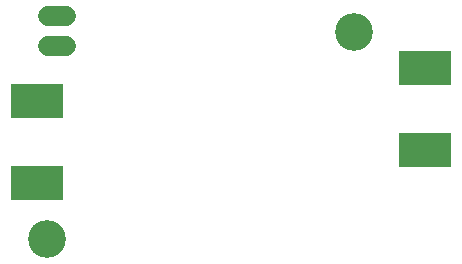
<source format=gbr>
G04 EAGLE Gerber RS-274X export*
G75*
%MOMM*%
%FSLAX34Y34*%
%LPD*%
%INSoldermask Bottom*%
%IPPOS*%
%AMOC8*
5,1,8,0,0,1.08239X$1,22.5*%
G01*
%ADD10C,3.203200*%
%ADD11R,4.394200X2.870200*%
%ADD12C,1.727200*%


D10*
X40000Y35000D03*
X300000Y210000D03*
D11*
X31314Y81894D03*
X31314Y151786D03*
X359846Y179726D03*
X359846Y109834D03*
D12*
X55880Y198120D02*
X40640Y198120D01*
X40640Y223520D02*
X55880Y223520D01*
M02*

</source>
